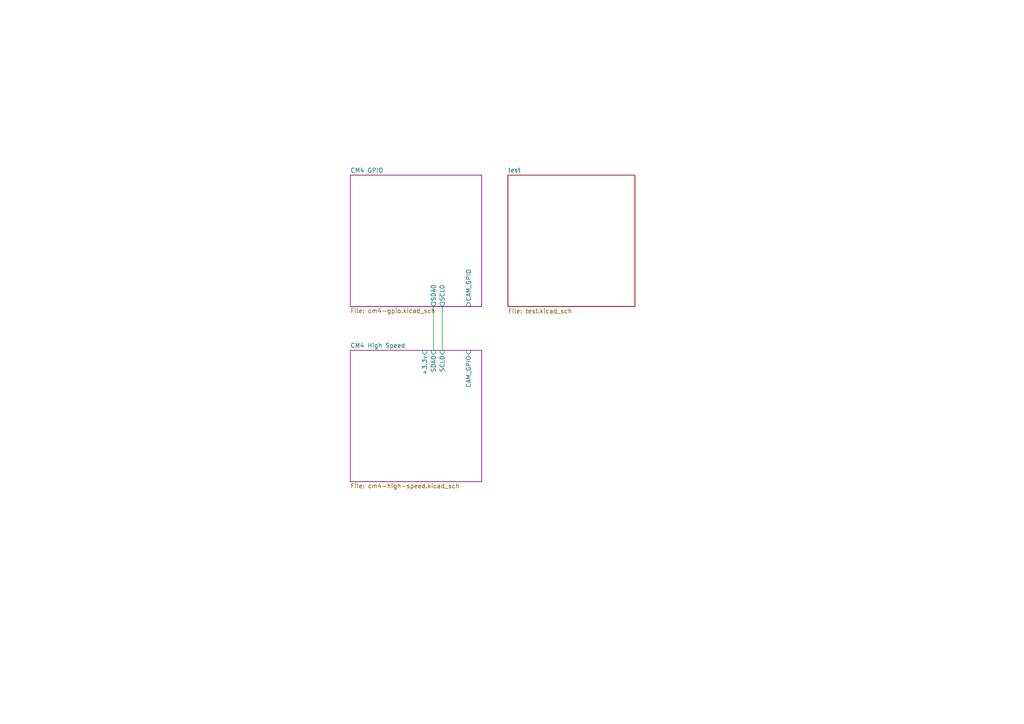
<source format=kicad_sch>
(kicad_sch
	(version 20231120)
	(generator "eeschema")
	(generator_version "8.0")
	(uuid "924c40b2-b3c3-4128-82e8-60e070af015f")
	(paper "A4")
	(title_block
		(title "Raspberry Pi Compute Module 4 AeroGuard")
		(date "2025-02-10")
		(rev "v01")
		(comment 4 "Author: Narain Vazquez")
	)
	(lib_symbols)
	(wire
		(pts
			(xy 128.27 88.9) (xy 128.27 101.6)
		)
		(stroke
			(width 0)
			(type default)
		)
		(uuid "b150f4f1-96ac-4603-bfce-7f034a0a9610")
	)
	(wire
		(pts
			(xy 125.73 88.9) (xy 125.73 101.6)
		)
		(stroke
			(width 0)
			(type default)
		)
		(uuid "da7533f4-3c01-4f11-9eb4-2cb417205e2e")
	)
	(sheet
		(at 147.32 50.8)
		(size 36.83 38.1)
		(fields_autoplaced yes)
		(stroke
			(width 0.1524)
			(type solid)
		)
		(fill
			(color 0 0 0 0.0000)
		)
		(uuid "36d6dbbc-740a-489d-9b67-b39f925e5313")
		(property "Sheetname" "test"
			(at 147.32 50.0884 0)
			(effects
				(font
					(size 1.27 1.27)
				)
				(justify left bottom)
			)
		)
		(property "Sheetfile" "test.kicad_sch"
			(at 147.32 89.4846 0)
			(effects
				(font
					(size 1.27 1.27)
				)
				(justify left top)
			)
		)
		(property "Field2" ""
			(at 147.32 50.8 0)
			(effects
				(font
					(size 1.27 1.27)
				)
				(hide yes)
			)
		)
		(instances
			(project "rpi-cm4-carrier-template"
				(path "/924c40b2-b3c3-4128-82e8-60e070af015f"
					(page "4")
				)
			)
		)
	)
	(sheet
		(at 101.6 101.6)
		(size 38.1 38.1)
		(stroke
			(width 0)
			(type solid)
			(color 132 0 132 1)
		)
		(fill
			(color 255 255 255 0.0000)
		)
		(uuid "caa71f4c-454d-4ac9-b287-456eafb34991")
		(property "Sheetname" "CM4 High Speed"
			(at 101.6 100.9645 0)
			(effects
				(font
					(size 1.27 1.27)
				)
				(justify left bottom)
			)
		)
		(property "Sheetfile" "cm4-high-speed.kicad_sch"
			(at 101.6 140.2085 0)
			(effects
				(font
					(size 1.27 1.27)
				)
				(justify left top)
			)
		)
		(pin "CAM_GPIO" input
			(at 135.89 101.6 90)
			(effects
				(font
					(size 1.27 1.27)
				)
				(justify right)
			)
			(uuid "022e9645-39d6-40b9-b05d-c8677b32e799")
		)
		(pin "SDA0" input
			(at 125.73 101.6 90)
			(effects
				(font
					(size 1.27 1.27)
				)
				(justify right)
			)
			(uuid "ad94107a-dc9d-4433-bf82-cf0930c03992")
		)
		(pin "+3.3v" input
			(at 123.19 101.6 90)
			(effects
				(font
					(size 1.27 1.27)
				)
				(justify right)
			)
			(uuid "62e7bd6c-270b-492f-a66c-9d7eccccb633")
		)
		(pin "SCL0" input
			(at 128.27 101.6 90)
			(effects
				(font
					(size 1.27 1.27)
				)
				(justify right)
			)
			(uuid "4995861a-3351-483c-9357-43457976b051")
		)
		(instances
			(project "rpi-cm4-carrier-template"
				(path "/924c40b2-b3c3-4128-82e8-60e070af015f"
					(page "3")
				)
			)
		)
	)
	(sheet
		(at 101.6 50.8)
		(size 38.1 38.1)
		(stroke
			(width 0)
			(type solid)
			(color 132 0 132 1)
		)
		(fill
			(color 255 255 255 0.0000)
		)
		(uuid "fc4c71a5-1008-4ac4-98db-57c838c57d91")
		(property "Sheetname" "CM4 GPIO"
			(at 101.6 50.1645 0)
			(effects
				(font
					(size 1.27 1.27)
				)
				(justify left bottom)
			)
		)
		(property "Sheetfile" "cm4-gpio.kicad_sch"
			(at 101.6 89.4085 0)
			(effects
				(font
					(size 1.27 1.27)
				)
				(justify left top)
			)
		)
		(pin "CAM_GPIO" input
			(at 135.89 88.9 270)
			(effects
				(font
					(size 1.27 1.27)
				)
				(justify left)
			)
			(uuid "bb25b934-5069-49a8-8d43-3b8b778562ff")
		)
		(pin "SCL0" output
			(at 128.27 88.9 270)
			(effects
				(font
					(size 1.27 1.27)
				)
				(justify left)
			)
			(uuid "b743b246-ad76-4424-80c0-2f128f983eb1")
		)
		(pin "SDA0" output
			(at 125.73 88.9 270)
			(effects
				(font
					(size 1.27 1.27)
				)
				(justify left)
			)
			(uuid "b0d4a344-2b37-41c7-9e38-0642888c3a54")
		)
		(instances
			(project "rpi-cm4-carrier-template"
				(path "/924c40b2-b3c3-4128-82e8-60e070af015f"
					(page "3")
				)
			)
		)
	)
	(sheet_instances
		(path "/"
			(page "1")
		)
	)
)

</source>
